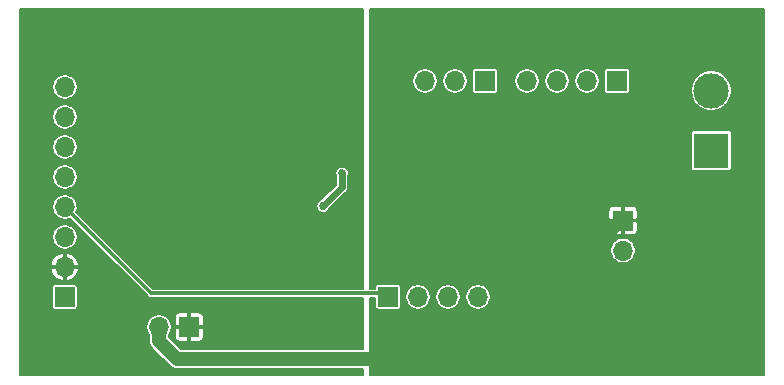
<source format=gbr>
%TF.GenerationSoftware,KiCad,Pcbnew,(5.1.7)-1*%
%TF.CreationDate,2020-11-09T22:40:43+01:00*%
%TF.ProjectId,LED_Chain,4c45445f-4368-4616-996e-2e6b69636164,rev?*%
%TF.SameCoordinates,Original*%
%TF.FileFunction,Copper,L2,Bot*%
%TF.FilePolarity,Positive*%
%FSLAX46Y46*%
G04 Gerber Fmt 4.6, Leading zero omitted, Abs format (unit mm)*
G04 Created by KiCad (PCBNEW (5.1.7)-1) date 2020-11-09 22:40:43*
%MOMM*%
%LPD*%
G01*
G04 APERTURE LIST*
%TA.AperFunction,ComponentPad*%
%ADD10R,3.000000X3.000000*%
%TD*%
%TA.AperFunction,ComponentPad*%
%ADD11C,3.000000*%
%TD*%
%TA.AperFunction,ComponentPad*%
%ADD12R,1.700000X1.700000*%
%TD*%
%TA.AperFunction,ComponentPad*%
%ADD13O,1.700000X1.700000*%
%TD*%
%TA.AperFunction,ViaPad*%
%ADD14C,0.685800*%
%TD*%
%TA.AperFunction,Conductor*%
%ADD15C,0.609600*%
%TD*%
%TA.AperFunction,Conductor*%
%ADD16C,1.219200*%
%TD*%
%TA.AperFunction,Conductor*%
%ADD17C,0.304800*%
%TD*%
%TA.AperFunction,Conductor*%
%ADD18C,0.152400*%
%TD*%
%TA.AperFunction,Conductor*%
%ADD19C,0.076200*%
%TD*%
G04 APERTURE END LIST*
D10*
%TO.P,J7,1*%
%TO.N,/LED1*%
X175370000Y-92120000D03*
D11*
%TO.P,J7,2*%
%TO.N,/LED2*%
X175370000Y-87040000D03*
%TD*%
D12*
%TO.P,J6,1*%
%TO.N,/5V*%
X167894000Y-98044000D03*
D13*
%TO.P,J6,2*%
%TO.N,GND*%
X167894000Y-100584000D03*
%TD*%
D12*
%TO.P,J5,1*%
%TO.N,/B0*%
X167386000Y-86233000D03*
D13*
%TO.P,J5,2*%
%TO.N,N/C*%
X164846000Y-86233000D03*
%TO.P,J5,3*%
X162306000Y-86233000D03*
%TO.P,J5,4*%
X159766000Y-86233000D03*
%TD*%
D12*
%TO.P,J4,1*%
%TO.N,/A4*%
X148000000Y-104500000D03*
D13*
%TO.P,J4,2*%
%TO.N,N/C*%
X150540000Y-104500000D03*
%TO.P,J4,3*%
X153080000Y-104500000D03*
%TO.P,J4,4*%
X155620000Y-104500000D03*
%TD*%
D12*
%TO.P,J3,1*%
%TO.N,/A3*%
X156210000Y-86233000D03*
D13*
%TO.P,J3,2*%
%TO.N,/A2*%
X153670000Y-86233000D03*
%TO.P,J3,3*%
%TO.N,/A1*%
X151130000Y-86233000D03*
%TD*%
D12*
%TO.P,J2,1*%
%TO.N,/Vbb*%
X131160000Y-107060000D03*
D13*
%TO.P,J2,2*%
%TO.N,/5V*%
X128620000Y-107060000D03*
%TD*%
D12*
%TO.P,J1,1*%
%TO.N,/5V*%
X120630000Y-104520000D03*
D13*
%TO.P,J1,2*%
%TO.N,/Vbb*%
X120630000Y-101980000D03*
%TO.P,J1,3*%
%TO.N,/B0*%
X120630000Y-99440000D03*
%TO.P,J1,4*%
%TO.N,/A4*%
X120630000Y-96900000D03*
%TO.P,J1,5*%
%TO.N,/A3*%
X120630000Y-94360000D03*
%TO.P,J1,6*%
%TO.N,/A2*%
X120630000Y-91820000D03*
%TO.P,J1,7*%
%TO.N,/A1*%
X120630000Y-89280000D03*
%TO.P,J1,8*%
%TO.N,GND*%
X120630000Y-86740000D03*
%TD*%
D14*
%TO.N,GND*%
X144110000Y-94060000D03*
X142500000Y-96840000D03*
%TO.N,/Vbb*%
X132360000Y-95420000D03*
X130190000Y-91730000D03*
X143920000Y-102800000D03*
%TO.N,/5V*%
X153540000Y-95810000D03*
X153410000Y-91670000D03*
%TD*%
D15*
%TO.N,GND*%
X144110000Y-95230000D02*
X142500000Y-96840000D01*
X144110000Y-94060000D02*
X144110000Y-95230000D01*
D16*
%TO.N,/5V*%
X167894000Y-98044000D02*
X167894000Y-97824000D01*
X167894000Y-97824000D02*
X155948000Y-109770000D01*
X128620000Y-108262081D02*
X128620000Y-107060000D01*
X130127919Y-109770000D02*
X128620000Y-108262081D01*
X155948000Y-109770000D02*
X130127919Y-109770000D01*
D17*
%TO.N,/A4*%
X120630000Y-96900000D02*
X127950000Y-104220000D01*
X147720000Y-104220000D02*
X148000000Y-104500000D01*
X127950000Y-104220000D02*
X147720000Y-104220000D01*
%TD*%
D18*
%TO.N,/5V*%
X179856401Y-111116400D02*
X146466200Y-111116400D01*
X146466200Y-104601000D01*
X146920294Y-104601000D01*
X146920294Y-105350000D01*
X146924708Y-105394813D01*
X146937779Y-105437905D01*
X146959006Y-105477618D01*
X146987573Y-105512427D01*
X147022382Y-105540994D01*
X147062095Y-105562221D01*
X147105187Y-105575292D01*
X147150000Y-105579706D01*
X148850000Y-105579706D01*
X148894813Y-105575292D01*
X148937905Y-105562221D01*
X148977618Y-105540994D01*
X149012427Y-105512427D01*
X149040994Y-105477618D01*
X149062221Y-105437905D01*
X149075292Y-105394813D01*
X149079706Y-105350000D01*
X149079706Y-104393767D01*
X149461400Y-104393767D01*
X149461400Y-104606233D01*
X149502850Y-104814616D01*
X149584157Y-105010909D01*
X149702197Y-105187567D01*
X149852433Y-105337803D01*
X150029091Y-105455843D01*
X150225384Y-105537150D01*
X150433767Y-105578600D01*
X150646233Y-105578600D01*
X150854616Y-105537150D01*
X151050909Y-105455843D01*
X151227567Y-105337803D01*
X151377803Y-105187567D01*
X151495843Y-105010909D01*
X151577150Y-104814616D01*
X151618600Y-104606233D01*
X151618600Y-104393767D01*
X152001400Y-104393767D01*
X152001400Y-104606233D01*
X152042850Y-104814616D01*
X152124157Y-105010909D01*
X152242197Y-105187567D01*
X152392433Y-105337803D01*
X152569091Y-105455843D01*
X152765384Y-105537150D01*
X152973767Y-105578600D01*
X153186233Y-105578600D01*
X153394616Y-105537150D01*
X153590909Y-105455843D01*
X153767567Y-105337803D01*
X153917803Y-105187567D01*
X154035843Y-105010909D01*
X154117150Y-104814616D01*
X154158600Y-104606233D01*
X154158600Y-104393767D01*
X154541400Y-104393767D01*
X154541400Y-104606233D01*
X154582850Y-104814616D01*
X154664157Y-105010909D01*
X154782197Y-105187567D01*
X154932433Y-105337803D01*
X155109091Y-105455843D01*
X155305384Y-105537150D01*
X155513767Y-105578600D01*
X155726233Y-105578600D01*
X155934616Y-105537150D01*
X156130909Y-105455843D01*
X156307567Y-105337803D01*
X156457803Y-105187567D01*
X156575843Y-105010909D01*
X156657150Y-104814616D01*
X156698600Y-104606233D01*
X156698600Y-104393767D01*
X156657150Y-104185384D01*
X156575843Y-103989091D01*
X156457803Y-103812433D01*
X156307567Y-103662197D01*
X156130909Y-103544157D01*
X155934616Y-103462850D01*
X155726233Y-103421400D01*
X155513767Y-103421400D01*
X155305384Y-103462850D01*
X155109091Y-103544157D01*
X154932433Y-103662197D01*
X154782197Y-103812433D01*
X154664157Y-103989091D01*
X154582850Y-104185384D01*
X154541400Y-104393767D01*
X154158600Y-104393767D01*
X154117150Y-104185384D01*
X154035843Y-103989091D01*
X153917803Y-103812433D01*
X153767567Y-103662197D01*
X153590909Y-103544157D01*
X153394616Y-103462850D01*
X153186233Y-103421400D01*
X152973767Y-103421400D01*
X152765384Y-103462850D01*
X152569091Y-103544157D01*
X152392433Y-103662197D01*
X152242197Y-103812433D01*
X152124157Y-103989091D01*
X152042850Y-104185384D01*
X152001400Y-104393767D01*
X151618600Y-104393767D01*
X151577150Y-104185384D01*
X151495843Y-103989091D01*
X151377803Y-103812433D01*
X151227567Y-103662197D01*
X151050909Y-103544157D01*
X150854616Y-103462850D01*
X150646233Y-103421400D01*
X150433767Y-103421400D01*
X150225384Y-103462850D01*
X150029091Y-103544157D01*
X149852433Y-103662197D01*
X149702197Y-103812433D01*
X149584157Y-103989091D01*
X149502850Y-104185384D01*
X149461400Y-104393767D01*
X149079706Y-104393767D01*
X149079706Y-103650000D01*
X149075292Y-103605187D01*
X149062221Y-103562095D01*
X149040994Y-103522382D01*
X149012427Y-103487573D01*
X148977618Y-103459006D01*
X148937905Y-103437779D01*
X148894813Y-103424708D01*
X148850000Y-103420294D01*
X147150000Y-103420294D01*
X147105187Y-103424708D01*
X147062095Y-103437779D01*
X147022382Y-103459006D01*
X146987573Y-103487573D01*
X146959006Y-103522382D01*
X146937779Y-103562095D01*
X146924708Y-103605187D01*
X146920294Y-103650000D01*
X146920294Y-103839000D01*
X146466200Y-103839000D01*
X146466200Y-100477767D01*
X166815400Y-100477767D01*
X166815400Y-100690233D01*
X166856850Y-100898616D01*
X166938157Y-101094909D01*
X167056197Y-101271567D01*
X167206433Y-101421803D01*
X167383091Y-101539843D01*
X167579384Y-101621150D01*
X167787767Y-101662600D01*
X168000233Y-101662600D01*
X168208616Y-101621150D01*
X168404909Y-101539843D01*
X168581567Y-101421803D01*
X168731803Y-101271567D01*
X168849843Y-101094909D01*
X168931150Y-100898616D01*
X168972600Y-100690233D01*
X168972600Y-100477767D01*
X168931150Y-100269384D01*
X168849843Y-100073091D01*
X168731803Y-99896433D01*
X168581567Y-99746197D01*
X168404909Y-99628157D01*
X168208616Y-99546850D01*
X168000233Y-99505400D01*
X167787767Y-99505400D01*
X167579384Y-99546850D01*
X167383091Y-99628157D01*
X167206433Y-99746197D01*
X167056197Y-99896433D01*
X166938157Y-100073091D01*
X166856850Y-100269384D01*
X166815400Y-100477767D01*
X146466200Y-100477767D01*
X146466200Y-98894000D01*
X166661157Y-98894000D01*
X166668513Y-98968689D01*
X166690299Y-99040508D01*
X166725678Y-99106696D01*
X166773289Y-99164711D01*
X166831304Y-99212322D01*
X166897492Y-99247701D01*
X166969311Y-99269487D01*
X167044000Y-99276843D01*
X167722550Y-99275000D01*
X167817800Y-99179750D01*
X167817800Y-98120200D01*
X167970200Y-98120200D01*
X167970200Y-99179750D01*
X168065450Y-99275000D01*
X168744000Y-99276843D01*
X168818689Y-99269487D01*
X168890508Y-99247701D01*
X168956696Y-99212322D01*
X169014711Y-99164711D01*
X169062322Y-99106696D01*
X169097701Y-99040508D01*
X169119487Y-98968689D01*
X169126843Y-98894000D01*
X169125000Y-98215450D01*
X169029750Y-98120200D01*
X167970200Y-98120200D01*
X167817800Y-98120200D01*
X166758250Y-98120200D01*
X166663000Y-98215450D01*
X166661157Y-98894000D01*
X146466200Y-98894000D01*
X146466200Y-97194000D01*
X166661157Y-97194000D01*
X166663000Y-97872550D01*
X166758250Y-97967800D01*
X167817800Y-97967800D01*
X167817800Y-96908250D01*
X167970200Y-96908250D01*
X167970200Y-97967800D01*
X169029750Y-97967800D01*
X169125000Y-97872550D01*
X169126843Y-97194000D01*
X169119487Y-97119311D01*
X169097701Y-97047492D01*
X169062322Y-96981304D01*
X169014711Y-96923289D01*
X168956696Y-96875678D01*
X168890508Y-96840299D01*
X168818689Y-96818513D01*
X168744000Y-96811157D01*
X168065450Y-96813000D01*
X167970200Y-96908250D01*
X167817800Y-96908250D01*
X167722550Y-96813000D01*
X167044000Y-96811157D01*
X166969311Y-96818513D01*
X166897492Y-96840299D01*
X166831304Y-96875678D01*
X166773289Y-96923289D01*
X166725678Y-96981304D01*
X166690299Y-97047492D01*
X166668513Y-97119311D01*
X166661157Y-97194000D01*
X146466200Y-97194000D01*
X146466200Y-90620000D01*
X173640294Y-90620000D01*
X173640294Y-93620000D01*
X173644708Y-93664813D01*
X173657779Y-93707905D01*
X173679006Y-93747618D01*
X173707573Y-93782427D01*
X173742382Y-93810994D01*
X173782095Y-93832221D01*
X173825187Y-93845292D01*
X173870000Y-93849706D01*
X176870000Y-93849706D01*
X176914813Y-93845292D01*
X176957905Y-93832221D01*
X176997618Y-93810994D01*
X177032427Y-93782427D01*
X177060994Y-93747618D01*
X177082221Y-93707905D01*
X177095292Y-93664813D01*
X177099706Y-93620000D01*
X177099706Y-90620000D01*
X177095292Y-90575187D01*
X177082221Y-90532095D01*
X177060994Y-90492382D01*
X177032427Y-90457573D01*
X176997618Y-90429006D01*
X176957905Y-90407779D01*
X176914813Y-90394708D01*
X176870000Y-90390294D01*
X173870000Y-90390294D01*
X173825187Y-90394708D01*
X173782095Y-90407779D01*
X173742382Y-90429006D01*
X173707573Y-90457573D01*
X173679006Y-90492382D01*
X173657779Y-90532095D01*
X173644708Y-90575187D01*
X173640294Y-90620000D01*
X146466200Y-90620000D01*
X146466200Y-86126767D01*
X150051400Y-86126767D01*
X150051400Y-86339233D01*
X150092850Y-86547616D01*
X150174157Y-86743909D01*
X150292197Y-86920567D01*
X150442433Y-87070803D01*
X150619091Y-87188843D01*
X150815384Y-87270150D01*
X151023767Y-87311600D01*
X151236233Y-87311600D01*
X151444616Y-87270150D01*
X151640909Y-87188843D01*
X151817567Y-87070803D01*
X151967803Y-86920567D01*
X152085843Y-86743909D01*
X152167150Y-86547616D01*
X152208600Y-86339233D01*
X152208600Y-86126767D01*
X152591400Y-86126767D01*
X152591400Y-86339233D01*
X152632850Y-86547616D01*
X152714157Y-86743909D01*
X152832197Y-86920567D01*
X152982433Y-87070803D01*
X153159091Y-87188843D01*
X153355384Y-87270150D01*
X153563767Y-87311600D01*
X153776233Y-87311600D01*
X153984616Y-87270150D01*
X154180909Y-87188843D01*
X154357567Y-87070803D01*
X154507803Y-86920567D01*
X154625843Y-86743909D01*
X154707150Y-86547616D01*
X154748600Y-86339233D01*
X154748600Y-86126767D01*
X154707150Y-85918384D01*
X154625843Y-85722091D01*
X154507803Y-85545433D01*
X154357567Y-85395197D01*
X154339314Y-85383000D01*
X155130294Y-85383000D01*
X155130294Y-87083000D01*
X155134708Y-87127813D01*
X155147779Y-87170905D01*
X155169006Y-87210618D01*
X155197573Y-87245427D01*
X155232382Y-87273994D01*
X155272095Y-87295221D01*
X155315187Y-87308292D01*
X155360000Y-87312706D01*
X157060000Y-87312706D01*
X157104813Y-87308292D01*
X157147905Y-87295221D01*
X157187618Y-87273994D01*
X157222427Y-87245427D01*
X157250994Y-87210618D01*
X157272221Y-87170905D01*
X157285292Y-87127813D01*
X157289706Y-87083000D01*
X157289706Y-86126767D01*
X158687400Y-86126767D01*
X158687400Y-86339233D01*
X158728850Y-86547616D01*
X158810157Y-86743909D01*
X158928197Y-86920567D01*
X159078433Y-87070803D01*
X159255091Y-87188843D01*
X159451384Y-87270150D01*
X159659767Y-87311600D01*
X159872233Y-87311600D01*
X160080616Y-87270150D01*
X160276909Y-87188843D01*
X160453567Y-87070803D01*
X160603803Y-86920567D01*
X160721843Y-86743909D01*
X160803150Y-86547616D01*
X160844600Y-86339233D01*
X160844600Y-86126767D01*
X161227400Y-86126767D01*
X161227400Y-86339233D01*
X161268850Y-86547616D01*
X161350157Y-86743909D01*
X161468197Y-86920567D01*
X161618433Y-87070803D01*
X161795091Y-87188843D01*
X161991384Y-87270150D01*
X162199767Y-87311600D01*
X162412233Y-87311600D01*
X162620616Y-87270150D01*
X162816909Y-87188843D01*
X162993567Y-87070803D01*
X163143803Y-86920567D01*
X163261843Y-86743909D01*
X163343150Y-86547616D01*
X163384600Y-86339233D01*
X163384600Y-86126767D01*
X163767400Y-86126767D01*
X163767400Y-86339233D01*
X163808850Y-86547616D01*
X163890157Y-86743909D01*
X164008197Y-86920567D01*
X164158433Y-87070803D01*
X164335091Y-87188843D01*
X164531384Y-87270150D01*
X164739767Y-87311600D01*
X164952233Y-87311600D01*
X165160616Y-87270150D01*
X165356909Y-87188843D01*
X165533567Y-87070803D01*
X165683803Y-86920567D01*
X165801843Y-86743909D01*
X165883150Y-86547616D01*
X165924600Y-86339233D01*
X165924600Y-86126767D01*
X165883150Y-85918384D01*
X165801843Y-85722091D01*
X165683803Y-85545433D01*
X165533567Y-85395197D01*
X165515314Y-85383000D01*
X166306294Y-85383000D01*
X166306294Y-87083000D01*
X166310708Y-87127813D01*
X166323779Y-87170905D01*
X166345006Y-87210618D01*
X166373573Y-87245427D01*
X166408382Y-87273994D01*
X166448095Y-87295221D01*
X166491187Y-87308292D01*
X166536000Y-87312706D01*
X168236000Y-87312706D01*
X168280813Y-87308292D01*
X168323905Y-87295221D01*
X168363618Y-87273994D01*
X168398427Y-87245427D01*
X168426994Y-87210618D01*
X168448221Y-87170905D01*
X168461292Y-87127813D01*
X168465706Y-87083000D01*
X168465706Y-86869748D01*
X173641400Y-86869748D01*
X173641400Y-87210252D01*
X173707829Y-87544214D01*
X173838135Y-87858799D01*
X174027309Y-88141918D01*
X174268082Y-88382691D01*
X174551201Y-88571865D01*
X174865786Y-88702171D01*
X175199748Y-88768600D01*
X175540252Y-88768600D01*
X175874214Y-88702171D01*
X176188799Y-88571865D01*
X176471918Y-88382691D01*
X176712691Y-88141918D01*
X176901865Y-87858799D01*
X177032171Y-87544214D01*
X177098600Y-87210252D01*
X177098600Y-86869748D01*
X177032171Y-86535786D01*
X176901865Y-86221201D01*
X176712691Y-85938082D01*
X176471918Y-85697309D01*
X176188799Y-85508135D01*
X175874214Y-85377829D01*
X175540252Y-85311400D01*
X175199748Y-85311400D01*
X174865786Y-85377829D01*
X174551201Y-85508135D01*
X174268082Y-85697309D01*
X174027309Y-85938082D01*
X173838135Y-86221201D01*
X173707829Y-86535786D01*
X173641400Y-86869748D01*
X168465706Y-86869748D01*
X168465706Y-85383000D01*
X168461292Y-85338187D01*
X168448221Y-85295095D01*
X168426994Y-85255382D01*
X168398427Y-85220573D01*
X168363618Y-85192006D01*
X168323905Y-85170779D01*
X168280813Y-85157708D01*
X168236000Y-85153294D01*
X166536000Y-85153294D01*
X166491187Y-85157708D01*
X166448095Y-85170779D01*
X166408382Y-85192006D01*
X166373573Y-85220573D01*
X166345006Y-85255382D01*
X166323779Y-85295095D01*
X166310708Y-85338187D01*
X166306294Y-85383000D01*
X165515314Y-85383000D01*
X165356909Y-85277157D01*
X165160616Y-85195850D01*
X164952233Y-85154400D01*
X164739767Y-85154400D01*
X164531384Y-85195850D01*
X164335091Y-85277157D01*
X164158433Y-85395197D01*
X164008197Y-85545433D01*
X163890157Y-85722091D01*
X163808850Y-85918384D01*
X163767400Y-86126767D01*
X163384600Y-86126767D01*
X163343150Y-85918384D01*
X163261843Y-85722091D01*
X163143803Y-85545433D01*
X162993567Y-85395197D01*
X162816909Y-85277157D01*
X162620616Y-85195850D01*
X162412233Y-85154400D01*
X162199767Y-85154400D01*
X161991384Y-85195850D01*
X161795091Y-85277157D01*
X161618433Y-85395197D01*
X161468197Y-85545433D01*
X161350157Y-85722091D01*
X161268850Y-85918384D01*
X161227400Y-86126767D01*
X160844600Y-86126767D01*
X160803150Y-85918384D01*
X160721843Y-85722091D01*
X160603803Y-85545433D01*
X160453567Y-85395197D01*
X160276909Y-85277157D01*
X160080616Y-85195850D01*
X159872233Y-85154400D01*
X159659767Y-85154400D01*
X159451384Y-85195850D01*
X159255091Y-85277157D01*
X159078433Y-85395197D01*
X158928197Y-85545433D01*
X158810157Y-85722091D01*
X158728850Y-85918384D01*
X158687400Y-86126767D01*
X157289706Y-86126767D01*
X157289706Y-85383000D01*
X157285292Y-85338187D01*
X157272221Y-85295095D01*
X157250994Y-85255382D01*
X157222427Y-85220573D01*
X157187618Y-85192006D01*
X157147905Y-85170779D01*
X157104813Y-85157708D01*
X157060000Y-85153294D01*
X155360000Y-85153294D01*
X155315187Y-85157708D01*
X155272095Y-85170779D01*
X155232382Y-85192006D01*
X155197573Y-85220573D01*
X155169006Y-85255382D01*
X155147779Y-85295095D01*
X155134708Y-85338187D01*
X155130294Y-85383000D01*
X154339314Y-85383000D01*
X154180909Y-85277157D01*
X153984616Y-85195850D01*
X153776233Y-85154400D01*
X153563767Y-85154400D01*
X153355384Y-85195850D01*
X153159091Y-85277157D01*
X152982433Y-85395197D01*
X152832197Y-85545433D01*
X152714157Y-85722091D01*
X152632850Y-85918384D01*
X152591400Y-86126767D01*
X152208600Y-86126767D01*
X152167150Y-85918384D01*
X152085843Y-85722091D01*
X151967803Y-85545433D01*
X151817567Y-85395197D01*
X151640909Y-85277157D01*
X151444616Y-85195850D01*
X151236233Y-85154400D01*
X151023767Y-85154400D01*
X150815384Y-85195850D01*
X150619091Y-85277157D01*
X150442433Y-85395197D01*
X150292197Y-85545433D01*
X150174157Y-85722091D01*
X150092850Y-85918384D01*
X150051400Y-86126767D01*
X146466200Y-86126767D01*
X146466200Y-80173600D01*
X179856400Y-80173600D01*
X179856401Y-111116400D01*
%TA.AperFunction,Conductor*%
D19*
G36*
X179856401Y-111116400D02*
G01*
X146466200Y-111116400D01*
X146466200Y-104601000D01*
X146920294Y-104601000D01*
X146920294Y-105350000D01*
X146924708Y-105394813D01*
X146937779Y-105437905D01*
X146959006Y-105477618D01*
X146987573Y-105512427D01*
X147022382Y-105540994D01*
X147062095Y-105562221D01*
X147105187Y-105575292D01*
X147150000Y-105579706D01*
X148850000Y-105579706D01*
X148894813Y-105575292D01*
X148937905Y-105562221D01*
X148977618Y-105540994D01*
X149012427Y-105512427D01*
X149040994Y-105477618D01*
X149062221Y-105437905D01*
X149075292Y-105394813D01*
X149079706Y-105350000D01*
X149079706Y-104393767D01*
X149461400Y-104393767D01*
X149461400Y-104606233D01*
X149502850Y-104814616D01*
X149584157Y-105010909D01*
X149702197Y-105187567D01*
X149852433Y-105337803D01*
X150029091Y-105455843D01*
X150225384Y-105537150D01*
X150433767Y-105578600D01*
X150646233Y-105578600D01*
X150854616Y-105537150D01*
X151050909Y-105455843D01*
X151227567Y-105337803D01*
X151377803Y-105187567D01*
X151495843Y-105010909D01*
X151577150Y-104814616D01*
X151618600Y-104606233D01*
X151618600Y-104393767D01*
X152001400Y-104393767D01*
X152001400Y-104606233D01*
X152042850Y-104814616D01*
X152124157Y-105010909D01*
X152242197Y-105187567D01*
X152392433Y-105337803D01*
X152569091Y-105455843D01*
X152765384Y-105537150D01*
X152973767Y-105578600D01*
X153186233Y-105578600D01*
X153394616Y-105537150D01*
X153590909Y-105455843D01*
X153767567Y-105337803D01*
X153917803Y-105187567D01*
X154035843Y-105010909D01*
X154117150Y-104814616D01*
X154158600Y-104606233D01*
X154158600Y-104393767D01*
X154541400Y-104393767D01*
X154541400Y-104606233D01*
X154582850Y-104814616D01*
X154664157Y-105010909D01*
X154782197Y-105187567D01*
X154932433Y-105337803D01*
X155109091Y-105455843D01*
X155305384Y-105537150D01*
X155513767Y-105578600D01*
X155726233Y-105578600D01*
X155934616Y-105537150D01*
X156130909Y-105455843D01*
X156307567Y-105337803D01*
X156457803Y-105187567D01*
X156575843Y-105010909D01*
X156657150Y-104814616D01*
X156698600Y-104606233D01*
X156698600Y-104393767D01*
X156657150Y-104185384D01*
X156575843Y-103989091D01*
X156457803Y-103812433D01*
X156307567Y-103662197D01*
X156130909Y-103544157D01*
X155934616Y-103462850D01*
X155726233Y-103421400D01*
X155513767Y-103421400D01*
X155305384Y-103462850D01*
X155109091Y-103544157D01*
X154932433Y-103662197D01*
X154782197Y-103812433D01*
X154664157Y-103989091D01*
X154582850Y-104185384D01*
X154541400Y-104393767D01*
X154158600Y-104393767D01*
X154117150Y-104185384D01*
X154035843Y-103989091D01*
X153917803Y-103812433D01*
X153767567Y-103662197D01*
X153590909Y-103544157D01*
X153394616Y-103462850D01*
X153186233Y-103421400D01*
X152973767Y-103421400D01*
X152765384Y-103462850D01*
X152569091Y-103544157D01*
X152392433Y-103662197D01*
X152242197Y-103812433D01*
X152124157Y-103989091D01*
X152042850Y-104185384D01*
X152001400Y-104393767D01*
X151618600Y-104393767D01*
X151577150Y-104185384D01*
X151495843Y-103989091D01*
X151377803Y-103812433D01*
X151227567Y-103662197D01*
X151050909Y-103544157D01*
X150854616Y-103462850D01*
X150646233Y-103421400D01*
X150433767Y-103421400D01*
X150225384Y-103462850D01*
X150029091Y-103544157D01*
X149852433Y-103662197D01*
X149702197Y-103812433D01*
X149584157Y-103989091D01*
X149502850Y-104185384D01*
X149461400Y-104393767D01*
X149079706Y-104393767D01*
X149079706Y-103650000D01*
X149075292Y-103605187D01*
X149062221Y-103562095D01*
X149040994Y-103522382D01*
X149012427Y-103487573D01*
X148977618Y-103459006D01*
X148937905Y-103437779D01*
X148894813Y-103424708D01*
X148850000Y-103420294D01*
X147150000Y-103420294D01*
X147105187Y-103424708D01*
X147062095Y-103437779D01*
X147022382Y-103459006D01*
X146987573Y-103487573D01*
X146959006Y-103522382D01*
X146937779Y-103562095D01*
X146924708Y-103605187D01*
X146920294Y-103650000D01*
X146920294Y-103839000D01*
X146466200Y-103839000D01*
X146466200Y-100477767D01*
X166815400Y-100477767D01*
X166815400Y-100690233D01*
X166856850Y-100898616D01*
X166938157Y-101094909D01*
X167056197Y-101271567D01*
X167206433Y-101421803D01*
X167383091Y-101539843D01*
X167579384Y-101621150D01*
X167787767Y-101662600D01*
X168000233Y-101662600D01*
X168208616Y-101621150D01*
X168404909Y-101539843D01*
X168581567Y-101421803D01*
X168731803Y-101271567D01*
X168849843Y-101094909D01*
X168931150Y-100898616D01*
X168972600Y-100690233D01*
X168972600Y-100477767D01*
X168931150Y-100269384D01*
X168849843Y-100073091D01*
X168731803Y-99896433D01*
X168581567Y-99746197D01*
X168404909Y-99628157D01*
X168208616Y-99546850D01*
X168000233Y-99505400D01*
X167787767Y-99505400D01*
X167579384Y-99546850D01*
X167383091Y-99628157D01*
X167206433Y-99746197D01*
X167056197Y-99896433D01*
X166938157Y-100073091D01*
X166856850Y-100269384D01*
X166815400Y-100477767D01*
X146466200Y-100477767D01*
X146466200Y-98894000D01*
X166661157Y-98894000D01*
X166668513Y-98968689D01*
X166690299Y-99040508D01*
X166725678Y-99106696D01*
X166773289Y-99164711D01*
X166831304Y-99212322D01*
X166897492Y-99247701D01*
X166969311Y-99269487D01*
X167044000Y-99276843D01*
X167722550Y-99275000D01*
X167817800Y-99179750D01*
X167817800Y-98120200D01*
X167970200Y-98120200D01*
X167970200Y-99179750D01*
X168065450Y-99275000D01*
X168744000Y-99276843D01*
X168818689Y-99269487D01*
X168890508Y-99247701D01*
X168956696Y-99212322D01*
X169014711Y-99164711D01*
X169062322Y-99106696D01*
X169097701Y-99040508D01*
X169119487Y-98968689D01*
X169126843Y-98894000D01*
X169125000Y-98215450D01*
X169029750Y-98120200D01*
X167970200Y-98120200D01*
X167817800Y-98120200D01*
X166758250Y-98120200D01*
X166663000Y-98215450D01*
X166661157Y-98894000D01*
X146466200Y-98894000D01*
X146466200Y-97194000D01*
X166661157Y-97194000D01*
X166663000Y-97872550D01*
X166758250Y-97967800D01*
X167817800Y-97967800D01*
X167817800Y-96908250D01*
X167970200Y-96908250D01*
X167970200Y-97967800D01*
X169029750Y-97967800D01*
X169125000Y-97872550D01*
X169126843Y-97194000D01*
X169119487Y-97119311D01*
X169097701Y-97047492D01*
X169062322Y-96981304D01*
X169014711Y-96923289D01*
X168956696Y-96875678D01*
X168890508Y-96840299D01*
X168818689Y-96818513D01*
X168744000Y-96811157D01*
X168065450Y-96813000D01*
X167970200Y-96908250D01*
X167817800Y-96908250D01*
X167722550Y-96813000D01*
X167044000Y-96811157D01*
X166969311Y-96818513D01*
X166897492Y-96840299D01*
X166831304Y-96875678D01*
X166773289Y-96923289D01*
X166725678Y-96981304D01*
X166690299Y-97047492D01*
X166668513Y-97119311D01*
X166661157Y-97194000D01*
X146466200Y-97194000D01*
X146466200Y-90620000D01*
X173640294Y-90620000D01*
X173640294Y-93620000D01*
X173644708Y-93664813D01*
X173657779Y-93707905D01*
X173679006Y-93747618D01*
X173707573Y-93782427D01*
X173742382Y-93810994D01*
X173782095Y-93832221D01*
X173825187Y-93845292D01*
X173870000Y-93849706D01*
X176870000Y-93849706D01*
X176914813Y-93845292D01*
X176957905Y-93832221D01*
X176997618Y-93810994D01*
X177032427Y-93782427D01*
X177060994Y-93747618D01*
X177082221Y-93707905D01*
X177095292Y-93664813D01*
X177099706Y-93620000D01*
X177099706Y-90620000D01*
X177095292Y-90575187D01*
X177082221Y-90532095D01*
X177060994Y-90492382D01*
X177032427Y-90457573D01*
X176997618Y-90429006D01*
X176957905Y-90407779D01*
X176914813Y-90394708D01*
X176870000Y-90390294D01*
X173870000Y-90390294D01*
X173825187Y-90394708D01*
X173782095Y-90407779D01*
X173742382Y-90429006D01*
X173707573Y-90457573D01*
X173679006Y-90492382D01*
X173657779Y-90532095D01*
X173644708Y-90575187D01*
X173640294Y-90620000D01*
X146466200Y-90620000D01*
X146466200Y-86126767D01*
X150051400Y-86126767D01*
X150051400Y-86339233D01*
X150092850Y-86547616D01*
X150174157Y-86743909D01*
X150292197Y-86920567D01*
X150442433Y-87070803D01*
X150619091Y-87188843D01*
X150815384Y-87270150D01*
X151023767Y-87311600D01*
X151236233Y-87311600D01*
X151444616Y-87270150D01*
X151640909Y-87188843D01*
X151817567Y-87070803D01*
X151967803Y-86920567D01*
X152085843Y-86743909D01*
X152167150Y-86547616D01*
X152208600Y-86339233D01*
X152208600Y-86126767D01*
X152591400Y-86126767D01*
X152591400Y-86339233D01*
X152632850Y-86547616D01*
X152714157Y-86743909D01*
X152832197Y-86920567D01*
X152982433Y-87070803D01*
X153159091Y-87188843D01*
X153355384Y-87270150D01*
X153563767Y-87311600D01*
X153776233Y-87311600D01*
X153984616Y-87270150D01*
X154180909Y-87188843D01*
X154357567Y-87070803D01*
X154507803Y-86920567D01*
X154625843Y-86743909D01*
X154707150Y-86547616D01*
X154748600Y-86339233D01*
X154748600Y-86126767D01*
X154707150Y-85918384D01*
X154625843Y-85722091D01*
X154507803Y-85545433D01*
X154357567Y-85395197D01*
X154339314Y-85383000D01*
X155130294Y-85383000D01*
X155130294Y-87083000D01*
X155134708Y-87127813D01*
X155147779Y-87170905D01*
X155169006Y-87210618D01*
X155197573Y-87245427D01*
X155232382Y-87273994D01*
X155272095Y-87295221D01*
X155315187Y-87308292D01*
X155360000Y-87312706D01*
X157060000Y-87312706D01*
X157104813Y-87308292D01*
X157147905Y-87295221D01*
X157187618Y-87273994D01*
X157222427Y-87245427D01*
X157250994Y-87210618D01*
X157272221Y-87170905D01*
X157285292Y-87127813D01*
X157289706Y-87083000D01*
X157289706Y-86126767D01*
X158687400Y-86126767D01*
X158687400Y-86339233D01*
X158728850Y-86547616D01*
X158810157Y-86743909D01*
X158928197Y-86920567D01*
X159078433Y-87070803D01*
X159255091Y-87188843D01*
X159451384Y-87270150D01*
X159659767Y-87311600D01*
X159872233Y-87311600D01*
X160080616Y-87270150D01*
X160276909Y-87188843D01*
X160453567Y-87070803D01*
X160603803Y-86920567D01*
X160721843Y-86743909D01*
X160803150Y-86547616D01*
X160844600Y-86339233D01*
X160844600Y-86126767D01*
X161227400Y-86126767D01*
X161227400Y-86339233D01*
X161268850Y-86547616D01*
X161350157Y-86743909D01*
X161468197Y-86920567D01*
X161618433Y-87070803D01*
X161795091Y-87188843D01*
X161991384Y-87270150D01*
X162199767Y-87311600D01*
X162412233Y-87311600D01*
X162620616Y-87270150D01*
X162816909Y-87188843D01*
X162993567Y-87070803D01*
X163143803Y-86920567D01*
X163261843Y-86743909D01*
X163343150Y-86547616D01*
X163384600Y-86339233D01*
X163384600Y-86126767D01*
X163767400Y-86126767D01*
X163767400Y-86339233D01*
X163808850Y-86547616D01*
X163890157Y-86743909D01*
X164008197Y-86920567D01*
X164158433Y-87070803D01*
X164335091Y-87188843D01*
X164531384Y-87270150D01*
X164739767Y-87311600D01*
X164952233Y-87311600D01*
X165160616Y-87270150D01*
X165356909Y-87188843D01*
X165533567Y-87070803D01*
X165683803Y-86920567D01*
X165801843Y-86743909D01*
X165883150Y-86547616D01*
X165924600Y-86339233D01*
X165924600Y-86126767D01*
X165883150Y-85918384D01*
X165801843Y-85722091D01*
X165683803Y-85545433D01*
X165533567Y-85395197D01*
X165515314Y-85383000D01*
X166306294Y-85383000D01*
X166306294Y-87083000D01*
X166310708Y-87127813D01*
X166323779Y-87170905D01*
X166345006Y-87210618D01*
X166373573Y-87245427D01*
X166408382Y-87273994D01*
X166448095Y-87295221D01*
X166491187Y-87308292D01*
X166536000Y-87312706D01*
X168236000Y-87312706D01*
X168280813Y-87308292D01*
X168323905Y-87295221D01*
X168363618Y-87273994D01*
X168398427Y-87245427D01*
X168426994Y-87210618D01*
X168448221Y-87170905D01*
X168461292Y-87127813D01*
X168465706Y-87083000D01*
X168465706Y-86869748D01*
X173641400Y-86869748D01*
X173641400Y-87210252D01*
X173707829Y-87544214D01*
X173838135Y-87858799D01*
X174027309Y-88141918D01*
X174268082Y-88382691D01*
X174551201Y-88571865D01*
X174865786Y-88702171D01*
X175199748Y-88768600D01*
X175540252Y-88768600D01*
X175874214Y-88702171D01*
X176188799Y-88571865D01*
X176471918Y-88382691D01*
X176712691Y-88141918D01*
X176901865Y-87858799D01*
X177032171Y-87544214D01*
X177098600Y-87210252D01*
X177098600Y-86869748D01*
X177032171Y-86535786D01*
X176901865Y-86221201D01*
X176712691Y-85938082D01*
X176471918Y-85697309D01*
X176188799Y-85508135D01*
X175874214Y-85377829D01*
X175540252Y-85311400D01*
X175199748Y-85311400D01*
X174865786Y-85377829D01*
X174551201Y-85508135D01*
X174268082Y-85697309D01*
X174027309Y-85938082D01*
X173838135Y-86221201D01*
X173707829Y-86535786D01*
X173641400Y-86869748D01*
X168465706Y-86869748D01*
X168465706Y-85383000D01*
X168461292Y-85338187D01*
X168448221Y-85295095D01*
X168426994Y-85255382D01*
X168398427Y-85220573D01*
X168363618Y-85192006D01*
X168323905Y-85170779D01*
X168280813Y-85157708D01*
X168236000Y-85153294D01*
X166536000Y-85153294D01*
X166491187Y-85157708D01*
X166448095Y-85170779D01*
X166408382Y-85192006D01*
X166373573Y-85220573D01*
X166345006Y-85255382D01*
X166323779Y-85295095D01*
X166310708Y-85338187D01*
X166306294Y-85383000D01*
X165515314Y-85383000D01*
X165356909Y-85277157D01*
X165160616Y-85195850D01*
X164952233Y-85154400D01*
X164739767Y-85154400D01*
X164531384Y-85195850D01*
X164335091Y-85277157D01*
X164158433Y-85395197D01*
X164008197Y-85545433D01*
X163890157Y-85722091D01*
X163808850Y-85918384D01*
X163767400Y-86126767D01*
X163384600Y-86126767D01*
X163343150Y-85918384D01*
X163261843Y-85722091D01*
X163143803Y-85545433D01*
X162993567Y-85395197D01*
X162816909Y-85277157D01*
X162620616Y-85195850D01*
X162412233Y-85154400D01*
X162199767Y-85154400D01*
X161991384Y-85195850D01*
X161795091Y-85277157D01*
X161618433Y-85395197D01*
X161468197Y-85545433D01*
X161350157Y-85722091D01*
X161268850Y-85918384D01*
X161227400Y-86126767D01*
X160844600Y-86126767D01*
X160803150Y-85918384D01*
X160721843Y-85722091D01*
X160603803Y-85545433D01*
X160453567Y-85395197D01*
X160276909Y-85277157D01*
X160080616Y-85195850D01*
X159872233Y-85154400D01*
X159659767Y-85154400D01*
X159451384Y-85195850D01*
X159255091Y-85277157D01*
X159078433Y-85395197D01*
X158928197Y-85545433D01*
X158810157Y-85722091D01*
X158728850Y-85918384D01*
X158687400Y-86126767D01*
X157289706Y-86126767D01*
X157289706Y-85383000D01*
X157285292Y-85338187D01*
X157272221Y-85295095D01*
X157250994Y-85255382D01*
X157222427Y-85220573D01*
X157187618Y-85192006D01*
X157147905Y-85170779D01*
X157104813Y-85157708D01*
X157060000Y-85153294D01*
X155360000Y-85153294D01*
X155315187Y-85157708D01*
X155272095Y-85170779D01*
X155232382Y-85192006D01*
X155197573Y-85220573D01*
X155169006Y-85255382D01*
X155147779Y-85295095D01*
X155134708Y-85338187D01*
X155130294Y-85383000D01*
X154339314Y-85383000D01*
X154180909Y-85277157D01*
X153984616Y-85195850D01*
X153776233Y-85154400D01*
X153563767Y-85154400D01*
X153355384Y-85195850D01*
X153159091Y-85277157D01*
X152982433Y-85395197D01*
X152832197Y-85545433D01*
X152714157Y-85722091D01*
X152632850Y-85918384D01*
X152591400Y-86126767D01*
X152208600Y-86126767D01*
X152167150Y-85918384D01*
X152085843Y-85722091D01*
X151967803Y-85545433D01*
X151817567Y-85395197D01*
X151640909Y-85277157D01*
X151444616Y-85195850D01*
X151236233Y-85154400D01*
X151023767Y-85154400D01*
X150815384Y-85195850D01*
X150619091Y-85277157D01*
X150442433Y-85395197D01*
X150292197Y-85545433D01*
X150174157Y-85722091D01*
X150092850Y-85918384D01*
X150051400Y-86126767D01*
X146466200Y-86126767D01*
X146466200Y-80173600D01*
X179856400Y-80173600D01*
X179856401Y-111116400D01*
G37*
%TD.AperFunction*%
%TD*%
D18*
%TO.N,/Vbb*%
X145903800Y-103839000D02*
X128107815Y-103839000D01*
X121613340Y-97344526D01*
X121667150Y-97214616D01*
X121708600Y-97006233D01*
X121708600Y-96793767D01*
X121706600Y-96783712D01*
X141928500Y-96783712D01*
X141928500Y-96896288D01*
X141950463Y-97006700D01*
X141993543Y-97110707D01*
X142056087Y-97204310D01*
X142135690Y-97283913D01*
X142229293Y-97346457D01*
X142333300Y-97389537D01*
X142443712Y-97411500D01*
X142556288Y-97411500D01*
X142666700Y-97389537D01*
X142770707Y-97346457D01*
X142864310Y-97283913D01*
X142943913Y-97204310D01*
X143006457Y-97110707D01*
X143022595Y-97071746D01*
X144468645Y-95625696D01*
X144488995Y-95608995D01*
X144555651Y-95527775D01*
X144605181Y-95435111D01*
X144635681Y-95334565D01*
X144643400Y-95256195D01*
X144643400Y-95256187D01*
X144645979Y-95230000D01*
X144643400Y-95203813D01*
X144643400Y-94265659D01*
X144659537Y-94226700D01*
X144681500Y-94116288D01*
X144681500Y-94003712D01*
X144659537Y-93893300D01*
X144616457Y-93789293D01*
X144553913Y-93695690D01*
X144474310Y-93616087D01*
X144380707Y-93553543D01*
X144276700Y-93510463D01*
X144166288Y-93488500D01*
X144053712Y-93488500D01*
X143943300Y-93510463D01*
X143839293Y-93553543D01*
X143745690Y-93616087D01*
X143666087Y-93695690D01*
X143603543Y-93789293D01*
X143560463Y-93893300D01*
X143538500Y-94003712D01*
X143538500Y-94116288D01*
X143560463Y-94226700D01*
X143576600Y-94265660D01*
X143576601Y-95009058D01*
X142268254Y-96317405D01*
X142229293Y-96333543D01*
X142135690Y-96396087D01*
X142056087Y-96475690D01*
X141993543Y-96569293D01*
X141950463Y-96673300D01*
X141928500Y-96783712D01*
X121706600Y-96783712D01*
X121667150Y-96585384D01*
X121585843Y-96389091D01*
X121467803Y-96212433D01*
X121317567Y-96062197D01*
X121140909Y-95944157D01*
X120944616Y-95862850D01*
X120736233Y-95821400D01*
X120523767Y-95821400D01*
X120315384Y-95862850D01*
X120119091Y-95944157D01*
X119942433Y-96062197D01*
X119792197Y-96212433D01*
X119674157Y-96389091D01*
X119592850Y-96585384D01*
X119551400Y-96793767D01*
X119551400Y-97006233D01*
X119592850Y-97214616D01*
X119674157Y-97410909D01*
X119792197Y-97587567D01*
X119942433Y-97737803D01*
X120119091Y-97855843D01*
X120315384Y-97937150D01*
X120523767Y-97978600D01*
X120736233Y-97978600D01*
X120944616Y-97937150D01*
X121074526Y-97883340D01*
X127667359Y-104476174D01*
X127679289Y-104490711D01*
X127693824Y-104502639D01*
X127737303Y-104538322D01*
X127760359Y-104550645D01*
X127803492Y-104573701D01*
X127875311Y-104595487D01*
X127931287Y-104601000D01*
X127931296Y-104601000D01*
X127949999Y-104602842D01*
X127968702Y-104601000D01*
X145903800Y-104601000D01*
X145903800Y-108931800D01*
X130475112Y-108931800D01*
X129458200Y-107914888D01*
X129458200Y-107910000D01*
X129927157Y-107910000D01*
X129934513Y-107984689D01*
X129956299Y-108056508D01*
X129991678Y-108122696D01*
X130039289Y-108180711D01*
X130097304Y-108228322D01*
X130163492Y-108263701D01*
X130235311Y-108285487D01*
X130310000Y-108292843D01*
X130988550Y-108291000D01*
X131083800Y-108195750D01*
X131083800Y-107136200D01*
X131236200Y-107136200D01*
X131236200Y-108195750D01*
X131331450Y-108291000D01*
X132010000Y-108292843D01*
X132084689Y-108285487D01*
X132156508Y-108263701D01*
X132222696Y-108228322D01*
X132280711Y-108180711D01*
X132328322Y-108122696D01*
X132363701Y-108056508D01*
X132385487Y-107984689D01*
X132392843Y-107910000D01*
X132391000Y-107231450D01*
X132295750Y-107136200D01*
X131236200Y-107136200D01*
X131083800Y-107136200D01*
X130024250Y-107136200D01*
X129929000Y-107231450D01*
X129927157Y-107910000D01*
X129458200Y-107910000D01*
X129458200Y-107746973D01*
X129575843Y-107570909D01*
X129657150Y-107374616D01*
X129698600Y-107166233D01*
X129698600Y-106953767D01*
X129657150Y-106745384D01*
X129575843Y-106549091D01*
X129457803Y-106372433D01*
X129307567Y-106222197D01*
X129289314Y-106210000D01*
X129927157Y-106210000D01*
X129929000Y-106888550D01*
X130024250Y-106983800D01*
X131083800Y-106983800D01*
X131083800Y-105924250D01*
X131236200Y-105924250D01*
X131236200Y-106983800D01*
X132295750Y-106983800D01*
X132391000Y-106888550D01*
X132392843Y-106210000D01*
X132385487Y-106135311D01*
X132363701Y-106063492D01*
X132328322Y-105997304D01*
X132280711Y-105939289D01*
X132222696Y-105891678D01*
X132156508Y-105856299D01*
X132084689Y-105834513D01*
X132010000Y-105827157D01*
X131331450Y-105829000D01*
X131236200Y-105924250D01*
X131083800Y-105924250D01*
X130988550Y-105829000D01*
X130310000Y-105827157D01*
X130235311Y-105834513D01*
X130163492Y-105856299D01*
X130097304Y-105891678D01*
X130039289Y-105939289D01*
X129991678Y-105997304D01*
X129956299Y-106063492D01*
X129934513Y-106135311D01*
X129927157Y-106210000D01*
X129289314Y-106210000D01*
X129130909Y-106104157D01*
X128934616Y-106022850D01*
X128726233Y-105981400D01*
X128513767Y-105981400D01*
X128305384Y-106022850D01*
X128109091Y-106104157D01*
X127932433Y-106222197D01*
X127782197Y-106372433D01*
X127664157Y-106549091D01*
X127582850Y-106745384D01*
X127541400Y-106953767D01*
X127541400Y-107166233D01*
X127582850Y-107374616D01*
X127664157Y-107570909D01*
X127781800Y-107746974D01*
X127781800Y-108220918D01*
X127777746Y-108262081D01*
X127781800Y-108303244D01*
X127781800Y-108303250D01*
X127793929Y-108426396D01*
X127841858Y-108584397D01*
X127919691Y-108730012D01*
X128024436Y-108857645D01*
X128056418Y-108883892D01*
X129506108Y-110333582D01*
X129532355Y-110365564D01*
X129659987Y-110470309D01*
X129805602Y-110548142D01*
X129963603Y-110596071D01*
X130086749Y-110608200D01*
X130127919Y-110612255D01*
X130169089Y-110608200D01*
X145903800Y-110608200D01*
X145903800Y-111116400D01*
X116803600Y-111116400D01*
X116803600Y-103670000D01*
X119550294Y-103670000D01*
X119550294Y-105370000D01*
X119554708Y-105414813D01*
X119567779Y-105457905D01*
X119589006Y-105497618D01*
X119617573Y-105532427D01*
X119652382Y-105560994D01*
X119692095Y-105582221D01*
X119735187Y-105595292D01*
X119780000Y-105599706D01*
X121480000Y-105599706D01*
X121524813Y-105595292D01*
X121567905Y-105582221D01*
X121607618Y-105560994D01*
X121642427Y-105532427D01*
X121670994Y-105497618D01*
X121692221Y-105457905D01*
X121705292Y-105414813D01*
X121709706Y-105370000D01*
X121709706Y-103670000D01*
X121705292Y-103625187D01*
X121692221Y-103582095D01*
X121670994Y-103542382D01*
X121642427Y-103507573D01*
X121607618Y-103479006D01*
X121567905Y-103457779D01*
X121524813Y-103444708D01*
X121480000Y-103440294D01*
X119780000Y-103440294D01*
X119735187Y-103444708D01*
X119692095Y-103457779D01*
X119652382Y-103479006D01*
X119617573Y-103507573D01*
X119589006Y-103542382D01*
X119567779Y-103582095D01*
X119554708Y-103625187D01*
X119550294Y-103670000D01*
X116803600Y-103670000D01*
X116803600Y-102247463D01*
X119428408Y-102247463D01*
X119482314Y-102425182D01*
X119591217Y-102640530D01*
X119740040Y-102830495D01*
X119923064Y-102987776D01*
X120133255Y-103106328D01*
X120362536Y-103181596D01*
X120553800Y-103113393D01*
X120553800Y-102056200D01*
X120706200Y-102056200D01*
X120706200Y-103113393D01*
X120897464Y-103181596D01*
X121126745Y-103106328D01*
X121336936Y-102987776D01*
X121519960Y-102830495D01*
X121668783Y-102640530D01*
X121777686Y-102425182D01*
X121831592Y-102247463D01*
X121763191Y-102056200D01*
X120706200Y-102056200D01*
X120553800Y-102056200D01*
X119496809Y-102056200D01*
X119428408Y-102247463D01*
X116803600Y-102247463D01*
X116803600Y-101712537D01*
X119428408Y-101712537D01*
X119496809Y-101903800D01*
X120553800Y-101903800D01*
X120553800Y-100846607D01*
X120706200Y-100846607D01*
X120706200Y-101903800D01*
X121763191Y-101903800D01*
X121831592Y-101712537D01*
X121777686Y-101534818D01*
X121668783Y-101319470D01*
X121519960Y-101129505D01*
X121336936Y-100972224D01*
X121126745Y-100853672D01*
X120897464Y-100778404D01*
X120706200Y-100846607D01*
X120553800Y-100846607D01*
X120362536Y-100778404D01*
X120133255Y-100853672D01*
X119923064Y-100972224D01*
X119740040Y-101129505D01*
X119591217Y-101319470D01*
X119482314Y-101534818D01*
X119428408Y-101712537D01*
X116803600Y-101712537D01*
X116803600Y-99333767D01*
X119551400Y-99333767D01*
X119551400Y-99546233D01*
X119592850Y-99754616D01*
X119674157Y-99950909D01*
X119792197Y-100127567D01*
X119942433Y-100277803D01*
X120119091Y-100395843D01*
X120315384Y-100477150D01*
X120523767Y-100518600D01*
X120736233Y-100518600D01*
X120944616Y-100477150D01*
X121140909Y-100395843D01*
X121317567Y-100277803D01*
X121467803Y-100127567D01*
X121585843Y-99950909D01*
X121667150Y-99754616D01*
X121708600Y-99546233D01*
X121708600Y-99333767D01*
X121667150Y-99125384D01*
X121585843Y-98929091D01*
X121467803Y-98752433D01*
X121317567Y-98602197D01*
X121140909Y-98484157D01*
X120944616Y-98402850D01*
X120736233Y-98361400D01*
X120523767Y-98361400D01*
X120315384Y-98402850D01*
X120119091Y-98484157D01*
X119942433Y-98602197D01*
X119792197Y-98752433D01*
X119674157Y-98929091D01*
X119592850Y-99125384D01*
X119551400Y-99333767D01*
X116803600Y-99333767D01*
X116803600Y-94253767D01*
X119551400Y-94253767D01*
X119551400Y-94466233D01*
X119592850Y-94674616D01*
X119674157Y-94870909D01*
X119792197Y-95047567D01*
X119942433Y-95197803D01*
X120119091Y-95315843D01*
X120315384Y-95397150D01*
X120523767Y-95438600D01*
X120736233Y-95438600D01*
X120944616Y-95397150D01*
X121140909Y-95315843D01*
X121317567Y-95197803D01*
X121467803Y-95047567D01*
X121585843Y-94870909D01*
X121667150Y-94674616D01*
X121708600Y-94466233D01*
X121708600Y-94253767D01*
X121667150Y-94045384D01*
X121585843Y-93849091D01*
X121467803Y-93672433D01*
X121317567Y-93522197D01*
X121140909Y-93404157D01*
X120944616Y-93322850D01*
X120736233Y-93281400D01*
X120523767Y-93281400D01*
X120315384Y-93322850D01*
X120119091Y-93404157D01*
X119942433Y-93522197D01*
X119792197Y-93672433D01*
X119674157Y-93849091D01*
X119592850Y-94045384D01*
X119551400Y-94253767D01*
X116803600Y-94253767D01*
X116803600Y-91713767D01*
X119551400Y-91713767D01*
X119551400Y-91926233D01*
X119592850Y-92134616D01*
X119674157Y-92330909D01*
X119792197Y-92507567D01*
X119942433Y-92657803D01*
X120119091Y-92775843D01*
X120315384Y-92857150D01*
X120523767Y-92898600D01*
X120736233Y-92898600D01*
X120944616Y-92857150D01*
X121140909Y-92775843D01*
X121317567Y-92657803D01*
X121467803Y-92507567D01*
X121585843Y-92330909D01*
X121667150Y-92134616D01*
X121708600Y-91926233D01*
X121708600Y-91713767D01*
X121667150Y-91505384D01*
X121585843Y-91309091D01*
X121467803Y-91132433D01*
X121317567Y-90982197D01*
X121140909Y-90864157D01*
X120944616Y-90782850D01*
X120736233Y-90741400D01*
X120523767Y-90741400D01*
X120315384Y-90782850D01*
X120119091Y-90864157D01*
X119942433Y-90982197D01*
X119792197Y-91132433D01*
X119674157Y-91309091D01*
X119592850Y-91505384D01*
X119551400Y-91713767D01*
X116803600Y-91713767D01*
X116803600Y-89173767D01*
X119551400Y-89173767D01*
X119551400Y-89386233D01*
X119592850Y-89594616D01*
X119674157Y-89790909D01*
X119792197Y-89967567D01*
X119942433Y-90117803D01*
X120119091Y-90235843D01*
X120315384Y-90317150D01*
X120523767Y-90358600D01*
X120736233Y-90358600D01*
X120944616Y-90317150D01*
X121140909Y-90235843D01*
X121317567Y-90117803D01*
X121467803Y-89967567D01*
X121585843Y-89790909D01*
X121667150Y-89594616D01*
X121708600Y-89386233D01*
X121708600Y-89173767D01*
X121667150Y-88965384D01*
X121585843Y-88769091D01*
X121467803Y-88592433D01*
X121317567Y-88442197D01*
X121140909Y-88324157D01*
X120944616Y-88242850D01*
X120736233Y-88201400D01*
X120523767Y-88201400D01*
X120315384Y-88242850D01*
X120119091Y-88324157D01*
X119942433Y-88442197D01*
X119792197Y-88592433D01*
X119674157Y-88769091D01*
X119592850Y-88965384D01*
X119551400Y-89173767D01*
X116803600Y-89173767D01*
X116803600Y-86633767D01*
X119551400Y-86633767D01*
X119551400Y-86846233D01*
X119592850Y-87054616D01*
X119674157Y-87250909D01*
X119792197Y-87427567D01*
X119942433Y-87577803D01*
X120119091Y-87695843D01*
X120315384Y-87777150D01*
X120523767Y-87818600D01*
X120736233Y-87818600D01*
X120944616Y-87777150D01*
X121140909Y-87695843D01*
X121317567Y-87577803D01*
X121467803Y-87427567D01*
X121585843Y-87250909D01*
X121667150Y-87054616D01*
X121708600Y-86846233D01*
X121708600Y-86633767D01*
X121667150Y-86425384D01*
X121585843Y-86229091D01*
X121467803Y-86052433D01*
X121317567Y-85902197D01*
X121140909Y-85784157D01*
X120944616Y-85702850D01*
X120736233Y-85661400D01*
X120523767Y-85661400D01*
X120315384Y-85702850D01*
X120119091Y-85784157D01*
X119942433Y-85902197D01*
X119792197Y-86052433D01*
X119674157Y-86229091D01*
X119592850Y-86425384D01*
X119551400Y-86633767D01*
X116803600Y-86633767D01*
X116803600Y-80173600D01*
X145903800Y-80173600D01*
X145903800Y-103839000D01*
%TA.AperFunction,Conductor*%
D19*
G36*
X145903800Y-103839000D02*
G01*
X128107815Y-103839000D01*
X121613340Y-97344526D01*
X121667150Y-97214616D01*
X121708600Y-97006233D01*
X121708600Y-96793767D01*
X121706600Y-96783712D01*
X141928500Y-96783712D01*
X141928500Y-96896288D01*
X141950463Y-97006700D01*
X141993543Y-97110707D01*
X142056087Y-97204310D01*
X142135690Y-97283913D01*
X142229293Y-97346457D01*
X142333300Y-97389537D01*
X142443712Y-97411500D01*
X142556288Y-97411500D01*
X142666700Y-97389537D01*
X142770707Y-97346457D01*
X142864310Y-97283913D01*
X142943913Y-97204310D01*
X143006457Y-97110707D01*
X143022595Y-97071746D01*
X144468645Y-95625696D01*
X144488995Y-95608995D01*
X144555651Y-95527775D01*
X144605181Y-95435111D01*
X144635681Y-95334565D01*
X144643400Y-95256195D01*
X144643400Y-95256187D01*
X144645979Y-95230000D01*
X144643400Y-95203813D01*
X144643400Y-94265659D01*
X144659537Y-94226700D01*
X144681500Y-94116288D01*
X144681500Y-94003712D01*
X144659537Y-93893300D01*
X144616457Y-93789293D01*
X144553913Y-93695690D01*
X144474310Y-93616087D01*
X144380707Y-93553543D01*
X144276700Y-93510463D01*
X144166288Y-93488500D01*
X144053712Y-93488500D01*
X143943300Y-93510463D01*
X143839293Y-93553543D01*
X143745690Y-93616087D01*
X143666087Y-93695690D01*
X143603543Y-93789293D01*
X143560463Y-93893300D01*
X143538500Y-94003712D01*
X143538500Y-94116288D01*
X143560463Y-94226700D01*
X143576600Y-94265660D01*
X143576601Y-95009058D01*
X142268254Y-96317405D01*
X142229293Y-96333543D01*
X142135690Y-96396087D01*
X142056087Y-96475690D01*
X141993543Y-96569293D01*
X141950463Y-96673300D01*
X141928500Y-96783712D01*
X121706600Y-96783712D01*
X121667150Y-96585384D01*
X121585843Y-96389091D01*
X121467803Y-96212433D01*
X121317567Y-96062197D01*
X121140909Y-95944157D01*
X120944616Y-95862850D01*
X120736233Y-95821400D01*
X120523767Y-95821400D01*
X120315384Y-95862850D01*
X120119091Y-95944157D01*
X119942433Y-96062197D01*
X119792197Y-96212433D01*
X119674157Y-96389091D01*
X119592850Y-96585384D01*
X119551400Y-96793767D01*
X119551400Y-97006233D01*
X119592850Y-97214616D01*
X119674157Y-97410909D01*
X119792197Y-97587567D01*
X119942433Y-97737803D01*
X120119091Y-97855843D01*
X120315384Y-97937150D01*
X120523767Y-97978600D01*
X120736233Y-97978600D01*
X120944616Y-97937150D01*
X121074526Y-97883340D01*
X127667359Y-104476174D01*
X127679289Y-104490711D01*
X127693824Y-104502639D01*
X127737303Y-104538322D01*
X127760359Y-104550645D01*
X127803492Y-104573701D01*
X127875311Y-104595487D01*
X127931287Y-104601000D01*
X127931296Y-104601000D01*
X127949999Y-104602842D01*
X127968702Y-104601000D01*
X145903800Y-104601000D01*
X145903800Y-108931800D01*
X130475112Y-108931800D01*
X129458200Y-107914888D01*
X129458200Y-107910000D01*
X129927157Y-107910000D01*
X129934513Y-107984689D01*
X129956299Y-108056508D01*
X129991678Y-108122696D01*
X130039289Y-108180711D01*
X130097304Y-108228322D01*
X130163492Y-108263701D01*
X130235311Y-108285487D01*
X130310000Y-108292843D01*
X130988550Y-108291000D01*
X131083800Y-108195750D01*
X131083800Y-107136200D01*
X131236200Y-107136200D01*
X131236200Y-108195750D01*
X131331450Y-108291000D01*
X132010000Y-108292843D01*
X132084689Y-108285487D01*
X132156508Y-108263701D01*
X132222696Y-108228322D01*
X132280711Y-108180711D01*
X132328322Y-108122696D01*
X132363701Y-108056508D01*
X132385487Y-107984689D01*
X132392843Y-107910000D01*
X132391000Y-107231450D01*
X132295750Y-107136200D01*
X131236200Y-107136200D01*
X131083800Y-107136200D01*
X130024250Y-107136200D01*
X129929000Y-107231450D01*
X129927157Y-107910000D01*
X129458200Y-107910000D01*
X129458200Y-107746973D01*
X129575843Y-107570909D01*
X129657150Y-107374616D01*
X129698600Y-107166233D01*
X129698600Y-106953767D01*
X129657150Y-106745384D01*
X129575843Y-106549091D01*
X129457803Y-106372433D01*
X129307567Y-106222197D01*
X129289314Y-106210000D01*
X129927157Y-106210000D01*
X129929000Y-106888550D01*
X130024250Y-106983800D01*
X131083800Y-106983800D01*
X131083800Y-105924250D01*
X131236200Y-105924250D01*
X131236200Y-106983800D01*
X132295750Y-106983800D01*
X132391000Y-106888550D01*
X132392843Y-106210000D01*
X132385487Y-106135311D01*
X132363701Y-106063492D01*
X132328322Y-105997304D01*
X132280711Y-105939289D01*
X132222696Y-105891678D01*
X132156508Y-105856299D01*
X132084689Y-105834513D01*
X132010000Y-105827157D01*
X131331450Y-105829000D01*
X131236200Y-105924250D01*
X131083800Y-105924250D01*
X130988550Y-105829000D01*
X130310000Y-105827157D01*
X130235311Y-105834513D01*
X130163492Y-105856299D01*
X130097304Y-105891678D01*
X130039289Y-105939289D01*
X129991678Y-105997304D01*
X129956299Y-106063492D01*
X129934513Y-106135311D01*
X129927157Y-106210000D01*
X129289314Y-106210000D01*
X129130909Y-106104157D01*
X128934616Y-106022850D01*
X128726233Y-105981400D01*
X128513767Y-105981400D01*
X128305384Y-106022850D01*
X128109091Y-106104157D01*
X127932433Y-106222197D01*
X127782197Y-106372433D01*
X127664157Y-106549091D01*
X127582850Y-106745384D01*
X127541400Y-106953767D01*
X127541400Y-107166233D01*
X127582850Y-107374616D01*
X127664157Y-107570909D01*
X127781800Y-107746974D01*
X127781800Y-108220918D01*
X127777746Y-108262081D01*
X127781800Y-108303244D01*
X127781800Y-108303250D01*
X127793929Y-108426396D01*
X127841858Y-108584397D01*
X127919691Y-108730012D01*
X128024436Y-108857645D01*
X128056418Y-108883892D01*
X129506108Y-110333582D01*
X129532355Y-110365564D01*
X129659987Y-110470309D01*
X129805602Y-110548142D01*
X129963603Y-110596071D01*
X130086749Y-110608200D01*
X130127919Y-110612255D01*
X130169089Y-110608200D01*
X145903800Y-110608200D01*
X145903800Y-111116400D01*
X116803600Y-111116400D01*
X116803600Y-103670000D01*
X119550294Y-103670000D01*
X119550294Y-105370000D01*
X119554708Y-105414813D01*
X119567779Y-105457905D01*
X119589006Y-105497618D01*
X119617573Y-105532427D01*
X119652382Y-105560994D01*
X119692095Y-105582221D01*
X119735187Y-105595292D01*
X119780000Y-105599706D01*
X121480000Y-105599706D01*
X121524813Y-105595292D01*
X121567905Y-105582221D01*
X121607618Y-105560994D01*
X121642427Y-105532427D01*
X121670994Y-105497618D01*
X121692221Y-105457905D01*
X121705292Y-105414813D01*
X121709706Y-105370000D01*
X121709706Y-103670000D01*
X121705292Y-103625187D01*
X121692221Y-103582095D01*
X121670994Y-103542382D01*
X121642427Y-103507573D01*
X121607618Y-103479006D01*
X121567905Y-103457779D01*
X121524813Y-103444708D01*
X121480000Y-103440294D01*
X119780000Y-103440294D01*
X119735187Y-103444708D01*
X119692095Y-103457779D01*
X119652382Y-103479006D01*
X119617573Y-103507573D01*
X119589006Y-103542382D01*
X119567779Y-103582095D01*
X119554708Y-103625187D01*
X119550294Y-103670000D01*
X116803600Y-103670000D01*
X116803600Y-102247463D01*
X119428408Y-102247463D01*
X119482314Y-102425182D01*
X119591217Y-102640530D01*
X119740040Y-102830495D01*
X119923064Y-102987776D01*
X120133255Y-103106328D01*
X120362536Y-103181596D01*
X120553800Y-103113393D01*
X120553800Y-102056200D01*
X120706200Y-102056200D01*
X120706200Y-103113393D01*
X120897464Y-103181596D01*
X121126745Y-103106328D01*
X121336936Y-102987776D01*
X121519960Y-102830495D01*
X121668783Y-102640530D01*
X121777686Y-102425182D01*
X121831592Y-102247463D01*
X121763191Y-102056200D01*
X120706200Y-102056200D01*
X120553800Y-102056200D01*
X119496809Y-102056200D01*
X119428408Y-102247463D01*
X116803600Y-102247463D01*
X116803600Y-101712537D01*
X119428408Y-101712537D01*
X119496809Y-101903800D01*
X120553800Y-101903800D01*
X120553800Y-100846607D01*
X120706200Y-100846607D01*
X120706200Y-101903800D01*
X121763191Y-101903800D01*
X121831592Y-101712537D01*
X121777686Y-101534818D01*
X121668783Y-101319470D01*
X121519960Y-101129505D01*
X121336936Y-100972224D01*
X121126745Y-100853672D01*
X120897464Y-100778404D01*
X120706200Y-100846607D01*
X120553800Y-100846607D01*
X120362536Y-100778404D01*
X120133255Y-100853672D01*
X119923064Y-100972224D01*
X119740040Y-101129505D01*
X119591217Y-101319470D01*
X119482314Y-101534818D01*
X119428408Y-101712537D01*
X116803600Y-101712537D01*
X116803600Y-99333767D01*
X119551400Y-99333767D01*
X119551400Y-99546233D01*
X119592850Y-99754616D01*
X119674157Y-99950909D01*
X119792197Y-100127567D01*
X119942433Y-100277803D01*
X120119091Y-100395843D01*
X120315384Y-100477150D01*
X120523767Y-100518600D01*
X120736233Y-100518600D01*
X120944616Y-100477150D01*
X121140909Y-100395843D01*
X121317567Y-100277803D01*
X121467803Y-100127567D01*
X121585843Y-99950909D01*
X121667150Y-99754616D01*
X121708600Y-99546233D01*
X121708600Y-99333767D01*
X121667150Y-99125384D01*
X121585843Y-98929091D01*
X121467803Y-98752433D01*
X121317567Y-98602197D01*
X121140909Y-98484157D01*
X120944616Y-98402850D01*
X120736233Y-98361400D01*
X120523767Y-98361400D01*
X120315384Y-98402850D01*
X120119091Y-98484157D01*
X119942433Y-98602197D01*
X119792197Y-98752433D01*
X119674157Y-98929091D01*
X119592850Y-99125384D01*
X119551400Y-99333767D01*
X116803600Y-99333767D01*
X116803600Y-94253767D01*
X119551400Y-94253767D01*
X119551400Y-94466233D01*
X119592850Y-94674616D01*
X119674157Y-94870909D01*
X119792197Y-95047567D01*
X119942433Y-95197803D01*
X120119091Y-95315843D01*
X120315384Y-95397150D01*
X120523767Y-95438600D01*
X120736233Y-95438600D01*
X120944616Y-95397150D01*
X121140909Y-95315843D01*
X121317567Y-95197803D01*
X121467803Y-95047567D01*
X121585843Y-94870909D01*
X121667150Y-94674616D01*
X121708600Y-94466233D01*
X121708600Y-94253767D01*
X121667150Y-94045384D01*
X121585843Y-93849091D01*
X121467803Y-93672433D01*
X121317567Y-93522197D01*
X121140909Y-93404157D01*
X120944616Y-93322850D01*
X120736233Y-93281400D01*
X120523767Y-93281400D01*
X120315384Y-93322850D01*
X120119091Y-93404157D01*
X119942433Y-93522197D01*
X119792197Y-93672433D01*
X119674157Y-93849091D01*
X119592850Y-94045384D01*
X119551400Y-94253767D01*
X116803600Y-94253767D01*
X116803600Y-91713767D01*
X119551400Y-91713767D01*
X119551400Y-91926233D01*
X119592850Y-92134616D01*
X119674157Y-92330909D01*
X119792197Y-92507567D01*
X119942433Y-92657803D01*
X120119091Y-92775843D01*
X120315384Y-92857150D01*
X120523767Y-92898600D01*
X120736233Y-92898600D01*
X120944616Y-92857150D01*
X121140909Y-92775843D01*
X121317567Y-92657803D01*
X121467803Y-92507567D01*
X121585843Y-92330909D01*
X121667150Y-92134616D01*
X121708600Y-91926233D01*
X121708600Y-91713767D01*
X121667150Y-91505384D01*
X121585843Y-91309091D01*
X121467803Y-91132433D01*
X121317567Y-90982197D01*
X121140909Y-90864157D01*
X120944616Y-90782850D01*
X120736233Y-90741400D01*
X120523767Y-90741400D01*
X120315384Y-90782850D01*
X120119091Y-90864157D01*
X119942433Y-90982197D01*
X119792197Y-91132433D01*
X119674157Y-91309091D01*
X119592850Y-91505384D01*
X119551400Y-91713767D01*
X116803600Y-91713767D01*
X116803600Y-89173767D01*
X119551400Y-89173767D01*
X119551400Y-89386233D01*
X119592850Y-89594616D01*
X119674157Y-89790909D01*
X119792197Y-89967567D01*
X119942433Y-90117803D01*
X120119091Y-90235843D01*
X120315384Y-90317150D01*
X120523767Y-90358600D01*
X120736233Y-90358600D01*
X120944616Y-90317150D01*
X121140909Y-90235843D01*
X121317567Y-90117803D01*
X121467803Y-89967567D01*
X121585843Y-89790909D01*
X121667150Y-89594616D01*
X121708600Y-89386233D01*
X121708600Y-89173767D01*
X121667150Y-88965384D01*
X121585843Y-88769091D01*
X121467803Y-88592433D01*
X121317567Y-88442197D01*
X121140909Y-88324157D01*
X120944616Y-88242850D01*
X120736233Y-88201400D01*
X120523767Y-88201400D01*
X120315384Y-88242850D01*
X120119091Y-88324157D01*
X119942433Y-88442197D01*
X119792197Y-88592433D01*
X119674157Y-88769091D01*
X119592850Y-88965384D01*
X119551400Y-89173767D01*
X116803600Y-89173767D01*
X116803600Y-86633767D01*
X119551400Y-86633767D01*
X119551400Y-86846233D01*
X119592850Y-87054616D01*
X119674157Y-87250909D01*
X119792197Y-87427567D01*
X119942433Y-87577803D01*
X120119091Y-87695843D01*
X120315384Y-87777150D01*
X120523767Y-87818600D01*
X120736233Y-87818600D01*
X120944616Y-87777150D01*
X121140909Y-87695843D01*
X121317567Y-87577803D01*
X121467803Y-87427567D01*
X121585843Y-87250909D01*
X121667150Y-87054616D01*
X121708600Y-86846233D01*
X121708600Y-86633767D01*
X121667150Y-86425384D01*
X121585843Y-86229091D01*
X121467803Y-86052433D01*
X121317567Y-85902197D01*
X121140909Y-85784157D01*
X120944616Y-85702850D01*
X120736233Y-85661400D01*
X120523767Y-85661400D01*
X120315384Y-85702850D01*
X120119091Y-85784157D01*
X119942433Y-85902197D01*
X119792197Y-86052433D01*
X119674157Y-86229091D01*
X119592850Y-86425384D01*
X119551400Y-86633767D01*
X116803600Y-86633767D01*
X116803600Y-80173600D01*
X145903800Y-80173600D01*
X145903800Y-103839000D01*
G37*
%TD.AperFunction*%
%TD*%
M02*

</source>
